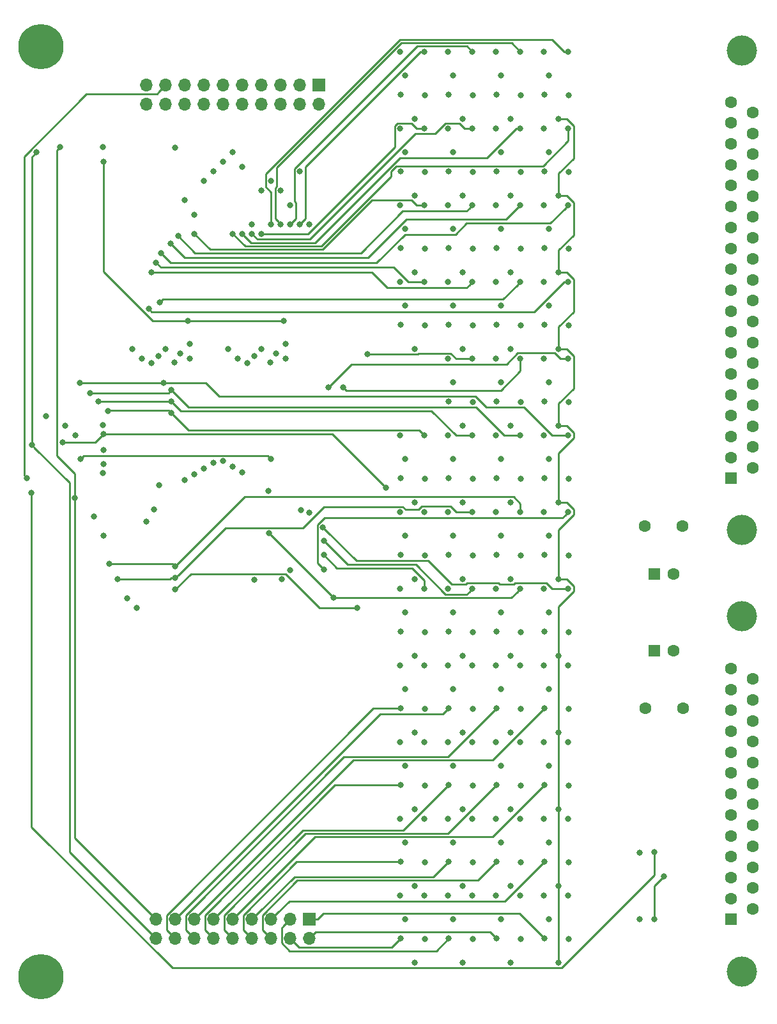
<source format=gbr>
G04 #@! TF.GenerationSoftware,KiCad,Pcbnew,5.1.5-52549c5~84~ubuntu18.04.1*
G04 #@! TF.CreationDate,2020-05-17T15:55:05-07:00*
G04 #@! TF.ProjectId,ram,72616d2e-6b69-4636-9164-5f7063625858,rev?*
G04 #@! TF.SameCoordinates,Original*
G04 #@! TF.FileFunction,Copper,L2,Inr*
G04 #@! TF.FilePolarity,Positive*
%FSLAX46Y46*%
G04 Gerber Fmt 4.6, Leading zero omitted, Abs format (unit mm)*
G04 Created by KiCad (PCBNEW 5.1.5-52549c5~84~ubuntu18.04.1) date 2020-05-17 15:55:05*
%MOMM*%
%LPD*%
G04 APERTURE LIST*
%ADD10C,4.000000*%
%ADD11C,1.600000*%
%ADD12R,1.600000X1.600000*%
%ADD13O,1.700000X1.700000*%
%ADD14R,1.700000X1.700000*%
%ADD15C,6.000000*%
%ADD16C,0.800000*%
%ADD17C,0.250000*%
G04 APERTURE END LIST*
D10*
X235100000Y28740000D03*
X235100000Y-34760000D03*
D11*
X236520000Y20535000D03*
X236520000Y17765000D03*
X236520000Y14995000D03*
X236520000Y12225000D03*
X236520000Y9455000D03*
X236520000Y6685000D03*
X236520000Y3915000D03*
X236520000Y1145000D03*
X236520000Y-1625000D03*
X236520000Y-4395000D03*
X236520000Y-7165000D03*
X236520000Y-9935000D03*
X236520000Y-12705000D03*
X236520000Y-15475000D03*
X236520000Y-18245000D03*
X236520000Y-21015000D03*
X236520000Y-23785000D03*
X236520000Y-26555000D03*
X233680000Y21920000D03*
X233680000Y19150000D03*
X233680000Y16380000D03*
X233680000Y13610000D03*
X233680000Y10840000D03*
X233680000Y8070000D03*
X233680000Y5300000D03*
X233680000Y2530000D03*
X233680000Y-240000D03*
X233680000Y-3010000D03*
X233680000Y-5780000D03*
X233680000Y-8550000D03*
X233680000Y-11320000D03*
X233680000Y-14090000D03*
X233680000Y-16860000D03*
X233680000Y-19630000D03*
X233680000Y-22400000D03*
X233680000Y-25170000D03*
D12*
X233680000Y-27940000D03*
D10*
X235100000Y-46190000D03*
X235100000Y-93290000D03*
D11*
X236520000Y-54505000D03*
X236520000Y-57275000D03*
X236520000Y-60045000D03*
X236520000Y-62815000D03*
X236520000Y-65585000D03*
X236520000Y-68355000D03*
X236520000Y-71125000D03*
X236520000Y-73895000D03*
X236520000Y-76665000D03*
X236520000Y-79435000D03*
X236520000Y-82205000D03*
X236520000Y-84975000D03*
X233680000Y-53120000D03*
X233680000Y-55890000D03*
X233680000Y-58660000D03*
X233680000Y-61430000D03*
X233680000Y-64200000D03*
X233680000Y-66970000D03*
X233680000Y-69740000D03*
X233680000Y-72510000D03*
X233680000Y-75280000D03*
X233680000Y-78050000D03*
X233680000Y-80820000D03*
X233680000Y-83590000D03*
D12*
X233680000Y-86360000D03*
D13*
X157480000Y-88900000D03*
X157480000Y-86360000D03*
X160020000Y-88900000D03*
X160020000Y-86360000D03*
X162560000Y-88900000D03*
X162560000Y-86360000D03*
X165100000Y-88900000D03*
X165100000Y-86360000D03*
X167640000Y-88900000D03*
X167640000Y-86360000D03*
X170180000Y-88900000D03*
X170180000Y-86360000D03*
X172720000Y-88900000D03*
X172720000Y-86360000D03*
X175260000Y-88900000D03*
X175260000Y-86360000D03*
X177800000Y-88900000D03*
D14*
X177800000Y-86360000D03*
D13*
X156210000Y21590000D03*
X156210000Y24130000D03*
X158750000Y21590000D03*
X158750000Y24130000D03*
X161290000Y21590000D03*
X161290000Y24130000D03*
X163830000Y21590000D03*
X163830000Y24130000D03*
X166370000Y21590000D03*
X166370000Y24130000D03*
X168910000Y21590000D03*
X168910000Y24130000D03*
X171450000Y21590000D03*
X171450000Y24130000D03*
X173990000Y21590000D03*
X173990000Y24130000D03*
X176530000Y21590000D03*
X176530000Y24130000D03*
X179070000Y21590000D03*
D14*
X179070000Y24130000D03*
D11*
X222330000Y-58420000D03*
X227330000Y-58420000D03*
X227250000Y-34290000D03*
X222250000Y-34290000D03*
X226020000Y-50800000D03*
D12*
X223520000Y-50800000D03*
D11*
X226020000Y-40640000D03*
D12*
X223520000Y-40640000D03*
D15*
X142240000Y29210000D03*
X142240000Y-93980000D03*
D16*
X161925000Y-10160000D03*
X221570000Y-77515000D03*
X150450000Y-27260000D03*
X150450000Y15920000D03*
X208870000Y28530000D03*
X202520000Y28530000D03*
X196170000Y28530000D03*
X189820000Y28530000D03*
X208870000Y18370000D03*
X202520000Y18370000D03*
X196170000Y18370000D03*
X189820000Y18370000D03*
X208870000Y8210000D03*
X202520000Y8210000D03*
X196170000Y8210000D03*
X189820000Y8210000D03*
X208870000Y-1950000D03*
X202520000Y-1950000D03*
X196170000Y-1950000D03*
X189820000Y-1950000D03*
X208870000Y-12110000D03*
X202520000Y-12110000D03*
X196170000Y-12110000D03*
X208870000Y-22270000D03*
X202520000Y-22270000D03*
X196170000Y-22270000D03*
X189820000Y-22270000D03*
X189820000Y-32430000D03*
X196170000Y-32430000D03*
X202520000Y-32430000D03*
X208870000Y-32430000D03*
X208870000Y-42590000D03*
X202520000Y-42590000D03*
X196170000Y-42590000D03*
X189820000Y-42590000D03*
X208870000Y-52750000D03*
X202520000Y-52750000D03*
X196170000Y-52750000D03*
X189820000Y-52750000D03*
X189820000Y-62910000D03*
X196170000Y-62910000D03*
X202520000Y-62910000D03*
X208870000Y-62910000D03*
X189820000Y-73070000D03*
X196170000Y-73070000D03*
X202520000Y-73070000D03*
X208870000Y-73070000D03*
X208870000Y-83230000D03*
X202520000Y-83230000D03*
X196170000Y-83230000D03*
X189820000Y-83230000D03*
X150450000Y-20910000D03*
X172320000Y-29610000D03*
X157880000Y-28810000D03*
X174625000Y-10160000D03*
X202565000Y-48260000D03*
X189865000Y-48260000D03*
X202565000Y-38100000D03*
X189865000Y-38100000D03*
X202565000Y-27940000D03*
X189865000Y-27940000D03*
X202565000Y-17780000D03*
X208915000Y-48260000D03*
X196215000Y-48260000D03*
X208915000Y-38100000D03*
X196215000Y-38100000D03*
X208915000Y-27940000D03*
X196215000Y-27940000D03*
X208915000Y-17780000D03*
X196215000Y-17780000D03*
X223520000Y-77470000D03*
X140970000Y-29845000D03*
X199390000Y-12065000D03*
X185510001Y-11520001D03*
X160020000Y15875000D03*
X140365000Y-27910000D03*
X205740000Y-12065000D03*
X182245000Y-15875000D03*
X161290000Y8890000D03*
X212090000Y-12065000D03*
X180340000Y-15875000D03*
X162560000Y6985000D03*
X193040000Y-22225000D03*
X159512000Y-19304000D03*
X151130000Y-19050000D03*
X163830000Y11430000D03*
X199390000Y-22225000D03*
X159512000Y-17780000D03*
X149860000Y-17780000D03*
X165100000Y12700000D03*
X205740000Y-22225000D03*
X159512000Y-16256000D03*
X148735999Y-16655999D03*
X166370000Y13970000D03*
X212090000Y-22225000D03*
X158424990Y-15311010D03*
X147391010Y-15311010D03*
X167640000Y15240000D03*
X193040000Y-32385000D03*
X160020000Y-42672000D03*
X184150000Y-45085000D03*
X168910000Y13335000D03*
X199390000Y-32385000D03*
X160020000Y-41148000D03*
X152400000Y-41275000D03*
X170180000Y5715000D03*
X205740000Y-32385000D03*
X160020000Y-39624000D03*
X151275999Y-39224001D03*
X171450000Y10160000D03*
X212090000Y-32385000D03*
X179705000Y-40005000D03*
X172720000Y11430000D03*
X193040000Y-42545000D03*
X179705000Y-38100000D03*
X173990000Y10160000D03*
X199390000Y-42545000D03*
X179705000Y-36195000D03*
X175260000Y8255000D03*
X205740000Y-42545000D03*
X172435000Y-35210000D03*
X180990010Y-43765010D03*
X176530000Y12700000D03*
X212090000Y-42545000D03*
X179585000Y-34410000D03*
X177800000Y5715000D03*
X150465000Y-24160000D03*
X140985000Y-23510000D03*
X141635000Y15270000D03*
X146715000Y-30510000D03*
X144735000Y15920000D03*
X154305000Y-10795000D03*
X189865000Y-58420000D03*
X153670000Y-43815000D03*
X155575000Y-12065000D03*
X196215000Y-58420000D03*
X154940000Y-45085000D03*
X156845000Y-12700000D03*
X202565000Y-58420000D03*
X156210000Y-33655000D03*
X157775000Y-11725000D03*
X208915000Y-58420000D03*
X157154999Y-32075001D03*
X158750000Y-10795000D03*
X189865000Y-68580000D03*
X161290000Y-28194000D03*
X159929999Y-12609999D03*
X196215000Y-68580000D03*
X162560000Y-27432000D03*
X160655000Y-11430000D03*
X202565000Y-68580000D03*
X163830000Y-26670000D03*
X161925000Y-12065000D03*
X208915000Y-68580000D03*
X165100000Y-25908000D03*
X189865000Y-78740000D03*
X167005000Y-10795000D03*
X166370000Y-25654000D03*
X196215000Y-78740000D03*
X168275000Y-12065000D03*
X167640000Y-26416000D03*
X202565000Y-78740000D03*
X169545000Y-12700000D03*
X168910000Y-27178000D03*
X208915000Y-78740000D03*
X170475000Y-11725000D03*
X170475000Y-41361000D03*
X189865000Y-88900000D03*
X171450000Y-10795000D03*
X174084999Y-41307001D03*
X196215000Y-88900000D03*
X172629999Y-12609999D03*
X175260000Y-40132000D03*
X202565000Y-88900000D03*
X173355000Y-11430000D03*
X176624999Y-32163001D03*
X208915000Y-88900000D03*
X174625000Y-12065000D03*
X177800000Y-32512000D03*
X199390000Y-52705000D03*
X212090000Y-52705000D03*
X199390000Y-62865000D03*
X212090000Y-62865000D03*
X199390000Y-73025000D03*
X212090000Y-73025000D03*
X199390000Y-83185000D03*
X212090000Y-83185000D03*
X193040000Y-52705000D03*
X205740000Y-52705000D03*
X193040000Y-62865000D03*
X205740000Y-62865000D03*
X193040000Y-73025000D03*
X205740000Y-73025000D03*
X193040000Y-83185000D03*
X205740000Y-83185000D03*
X221570000Y-86315000D03*
X196215000Y22860000D03*
X208915000Y22860000D03*
X196215000Y12700000D03*
X208915000Y12700000D03*
X196215000Y2540000D03*
X208915000Y2540000D03*
X196215000Y-7620000D03*
X208915000Y-7620000D03*
X189865000Y22860000D03*
X202565000Y22860000D03*
X189865000Y12700000D03*
X202565000Y12700000D03*
X189865000Y2540000D03*
X202565000Y2540000D03*
X189865000Y-7620000D03*
X202565000Y-7620000D03*
X150495000Y-26035000D03*
X150495000Y-35560000D03*
X147435000Y-25400000D03*
X172720000Y-25400000D03*
X149225000Y-33020000D03*
X142875000Y-19685000D03*
X161675000Y-7040000D03*
X174375000Y-7040000D03*
X150495000Y13970000D03*
X191770000Y19685000D03*
X198120000Y19685000D03*
X204470000Y19685000D03*
X210820000Y19685000D03*
X191770000Y9525000D03*
X198120000Y9525000D03*
X204470000Y9525000D03*
X210820000Y9525000D03*
X191770000Y-635000D03*
X198120000Y-635000D03*
X204470000Y-635000D03*
X210820000Y-635000D03*
X191770000Y-10795000D03*
X198120000Y-10795000D03*
X204470000Y-10795000D03*
X210820000Y-10795000D03*
X198120000Y-20955000D03*
X204470000Y-20955000D03*
X210820000Y-20955000D03*
X191770000Y-31115000D03*
X198120000Y-31115000D03*
X204470000Y-31115000D03*
X210820000Y-31115000D03*
X191770000Y-41275000D03*
X198120000Y-41275000D03*
X204470000Y-41275000D03*
X210820000Y-41275000D03*
X191770000Y-51435000D03*
X198120000Y-51435000D03*
X204470000Y-51435000D03*
X210820000Y-51435000D03*
X191770000Y-61595000D03*
X198120000Y-61595000D03*
X204470000Y-61595000D03*
X210820000Y-61595000D03*
X191770000Y-71755000D03*
X198120000Y-71755000D03*
X204470000Y-71755000D03*
X210820000Y-71755000D03*
X204470000Y-81915000D03*
X198120000Y-81915000D03*
X191770000Y-81915000D03*
X191770000Y-92075000D03*
X198120000Y-92075000D03*
X210820000Y-81915000D03*
X204470000Y-92075000D03*
X210820000Y-92075000D03*
X145077500Y-23157500D03*
X150495000Y-22028002D03*
X187960000Y-29210000D03*
X145415000Y-20955000D03*
X146740000Y-22225000D03*
X212090000Y18415000D03*
X167640000Y4445000D03*
X205740000Y18415000D03*
X168910000Y4445000D03*
X199390000Y18415000D03*
X170180000Y4445000D03*
X193040000Y18415000D03*
X171450000Y4445000D03*
X212090000Y28575000D03*
X172720000Y5715000D03*
X205740000Y28575000D03*
X173990000Y5715000D03*
X199390000Y28575000D03*
X175260000Y5715000D03*
X193040000Y28575000D03*
X176530000Y5715000D03*
X212090000Y-1905000D03*
X156475000Y-5450000D03*
X205740000Y-1905000D03*
X157972500Y-4587500D03*
X199390000Y-1905000D03*
X156845000Y-635000D03*
X193040000Y-1905000D03*
X157480000Y635000D03*
X212090000Y8255000D03*
X158115000Y1905000D03*
X205740000Y8255000D03*
X159385000Y3175000D03*
X199390000Y8255000D03*
X160375000Y4165000D03*
X193040000Y8255000D03*
X162560000Y4445000D03*
X212120000Y-78770000D03*
X209520000Y-76170000D03*
X212120000Y-58450000D03*
X209520000Y-55850000D03*
X212120000Y-88930000D03*
X209520000Y-86330000D03*
X212120000Y-68610000D03*
X209520000Y-66010000D03*
X205770000Y-78770000D03*
X203170000Y-76170000D03*
X205770000Y-58450000D03*
X203170000Y-55850000D03*
X205770000Y-88930000D03*
X203170000Y-86330000D03*
X205770000Y-68610000D03*
X203170000Y-66010000D03*
X199420000Y-78770000D03*
X196820000Y-76170000D03*
X199420000Y-58450000D03*
X196820000Y-55850000D03*
X199420000Y-88930000D03*
X196820000Y-86330000D03*
X199420000Y-68610000D03*
X196820000Y-66010000D03*
X193070000Y-78770000D03*
X190470000Y-76170000D03*
X193070000Y-58450000D03*
X190470000Y-55850000D03*
X193070000Y-88930000D03*
X190470000Y-86330000D03*
X193070000Y-68610000D03*
X190470000Y-66010000D03*
X212120000Y-38130000D03*
X209520000Y-35530000D03*
X212120000Y-17810000D03*
X209520000Y-15210000D03*
X212120000Y-48290000D03*
X209520000Y-45690000D03*
X212120000Y-27970000D03*
X209520000Y-25370000D03*
X205770000Y-38130000D03*
X203170000Y-35530000D03*
X205770000Y-17810000D03*
X203170000Y-15210000D03*
X205770000Y-48290000D03*
X203170000Y-45690000D03*
X205770000Y-27970000D03*
X203170000Y-25370000D03*
X199420000Y-38130000D03*
X196820000Y-35530000D03*
X199420000Y-17810000D03*
X196820000Y-15210000D03*
X199420000Y-48290000D03*
X196820000Y-45690000D03*
X199420000Y-27970000D03*
X196820000Y-25370000D03*
X193070000Y-38130000D03*
X190470000Y-35530000D03*
X224790000Y-80645000D03*
X223520000Y-86360000D03*
X193070000Y-48290000D03*
X190470000Y-45690000D03*
X193070000Y-27970000D03*
X190470000Y-25370000D03*
X193070000Y12670000D03*
X190470000Y15270000D03*
X193070000Y-7650000D03*
X190470000Y-5050000D03*
X193070000Y22830000D03*
X190470000Y25430000D03*
X193070000Y2510000D03*
X190470000Y5110000D03*
X199420000Y12670000D03*
X196820000Y15270000D03*
X199420000Y-7650000D03*
X196820000Y-5050000D03*
X199420000Y22830000D03*
X196820000Y25430000D03*
X199420000Y2510000D03*
X196820000Y5110000D03*
X205770000Y12670000D03*
X203170000Y15270000D03*
X205770000Y-7650000D03*
X203170000Y-5050000D03*
X205770000Y22830000D03*
X203170000Y25430000D03*
X205770000Y2510000D03*
X203170000Y5110000D03*
X212120000Y12670000D03*
X209520000Y15270000D03*
X212120000Y-7650000D03*
X209520000Y-5050000D03*
X212120000Y22830000D03*
X209520000Y25430000D03*
X212120000Y2510000D03*
X209520000Y5110000D03*
D17*
X159640999Y-92800001D02*
X140970000Y-74129002D01*
X211168001Y-92800001D02*
X159640999Y-92800001D01*
X223520000Y-77470000D02*
X223520000Y-80448002D01*
X223520000Y-80448002D02*
X211168001Y-92800001D01*
X140970000Y-74129002D02*
X140970000Y-29845000D01*
X140970000Y-29845000D02*
X140970000Y-29845000D01*
X192118001Y-11520001D02*
X185510001Y-11520001D01*
X192253003Y-11384999D02*
X192118001Y-11520001D01*
X196518001Y-11384999D02*
X192253003Y-11384999D01*
X199390000Y-12065000D02*
X197198002Y-12065000D01*
X197198002Y-12065000D02*
X196518001Y-11384999D01*
X185510001Y-11520001D02*
X185510001Y-11520001D01*
X157574999Y22954999D02*
X157900001Y23280001D01*
X157900001Y23280001D02*
X158750000Y24130000D01*
X148246997Y22954999D02*
X157574999Y22954999D01*
X139965001Y14673003D02*
X148246997Y22954999D01*
X139965001Y-27510001D02*
X139965001Y14673003D01*
X140365000Y-27910000D02*
X139965001Y-27510001D01*
X205740000Y-12630685D02*
X205740000Y-12065000D01*
X205740000Y-13713002D02*
X205740000Y-12630685D01*
X203178003Y-16274999D02*
X205740000Y-13713002D01*
X182644999Y-16274999D02*
X203178003Y-16274999D01*
X182245000Y-15875000D02*
X182644999Y-16274999D01*
X211524315Y-12065000D02*
X212090000Y-12065000D01*
X211016998Y-12065000D02*
X211524315Y-12065000D01*
X210291997Y-11339999D02*
X211016998Y-12065000D01*
X205391999Y-11339999D02*
X210291997Y-11339999D01*
X203896997Y-12835001D02*
X205391999Y-11339999D01*
X183379999Y-12835001D02*
X203896997Y-12835001D01*
X180340000Y-15875000D02*
X183379999Y-12835001D01*
X159911999Y-19703999D02*
X159512000Y-19304000D01*
X161752999Y-21544999D02*
X159911999Y-19703999D01*
X192359999Y-21544999D02*
X161752999Y-21544999D01*
X193040000Y-22225000D02*
X192359999Y-21544999D01*
X159112001Y-18904001D02*
X151275999Y-18904001D01*
X159512000Y-19304000D02*
X159112001Y-18904001D01*
X151275999Y-18904001D02*
X151130000Y-19050000D01*
X151130000Y-19050000D02*
X151130000Y-19050000D01*
X160717011Y-18985011D02*
X159911999Y-18179999D01*
X193958013Y-18985011D02*
X160717011Y-18985011D01*
X197198002Y-22225000D02*
X193958013Y-18985011D01*
X159911999Y-18179999D02*
X159512000Y-17780000D01*
X199390000Y-22225000D02*
X197198002Y-22225000D01*
X159512000Y-17780000D02*
X149860000Y-17780000D01*
X149860000Y-17780000D02*
X149860000Y-17780000D01*
X159911999Y-16655999D02*
X159512000Y-16256000D01*
X161791001Y-18535001D02*
X159911999Y-16655999D01*
X199858003Y-18535001D02*
X161791001Y-18535001D01*
X203548002Y-22225000D02*
X199858003Y-18535001D01*
X205740000Y-22225000D02*
X203548002Y-22225000D01*
X159112001Y-16655999D02*
X148735999Y-16655999D01*
X159512000Y-16256000D02*
X159112001Y-16655999D01*
X148735999Y-16655999D02*
X148735999Y-16655999D01*
X158990675Y-15311010D02*
X158424990Y-15311010D01*
X164081012Y-15311010D02*
X158990675Y-15311010D01*
X165825001Y-17054999D02*
X164081012Y-15311010D01*
X199738001Y-17054999D02*
X165825001Y-17054999D01*
X201218003Y-18535001D02*
X199738001Y-17054999D01*
X206208003Y-18535001D02*
X201218003Y-18535001D01*
X209898002Y-22225000D02*
X206208003Y-18535001D01*
X212090000Y-22225000D02*
X209898002Y-22225000D01*
X158424990Y-15311010D02*
X147391010Y-15311010D01*
X147391010Y-15311010D02*
X147391010Y-15311010D01*
X174636998Y-40582000D02*
X179139998Y-45085000D01*
X160020000Y-42672000D02*
X162110000Y-40582000D01*
X162110000Y-40582000D02*
X174636998Y-40582000D01*
X179139998Y-45085000D02*
X184150000Y-45085000D01*
X184150000Y-45085000D02*
X184150000Y-45085000D01*
X160419999Y-40748001D02*
X160020000Y-41148000D01*
X166683001Y-34484999D02*
X160419999Y-40748001D01*
X176900003Y-34484999D02*
X166683001Y-34484999D01*
X179680003Y-31704999D02*
X176900003Y-34484999D01*
X190168001Y-31704999D02*
X179680003Y-31704999D01*
X190545001Y-32081999D02*
X190168001Y-31704999D01*
X192269999Y-32081999D02*
X190545001Y-32081999D01*
X192691999Y-31659999D02*
X192269999Y-32081999D01*
X196473001Y-31659999D02*
X192691999Y-31659999D01*
X197198002Y-32385000D02*
X196473001Y-31659999D01*
X199390000Y-32385000D02*
X197198002Y-32385000D01*
X159454315Y-41148000D02*
X159327315Y-41275000D01*
X160020000Y-41148000D02*
X159454315Y-41148000D01*
X159327315Y-41275000D02*
X152400000Y-41275000D01*
X205740000Y-31819315D02*
X205740000Y-32385000D01*
X205740000Y-31311998D02*
X205740000Y-31819315D01*
X204818001Y-30389999D02*
X205740000Y-31311998D01*
X169254001Y-30389999D02*
X204818001Y-30389999D01*
X160020000Y-39624000D02*
X169254001Y-30389999D01*
X159620001Y-39224001D02*
X151275999Y-39224001D01*
X160020000Y-39624000D02*
X159620001Y-39224001D01*
X211690001Y-32784999D02*
X212090000Y-32385000D01*
X179766997Y-33155001D02*
X211319999Y-33155001D01*
X178859999Y-34061999D02*
X179766997Y-33155001D01*
X178859999Y-39159999D02*
X178859999Y-34061999D01*
X211319999Y-33155001D02*
X211690001Y-32784999D01*
X179705000Y-40005000D02*
X178859999Y-39159999D01*
X193040000Y-41471998D02*
X193040000Y-41979315D01*
X191388012Y-39820010D02*
X193040000Y-41471998D01*
X181425010Y-39820010D02*
X191388012Y-39820010D01*
X193040000Y-41979315D02*
X193040000Y-42545000D01*
X179705000Y-38100000D02*
X181425010Y-39820010D01*
X179705000Y-36195000D02*
X182880000Y-39370000D01*
X198619999Y-43315001D02*
X198990001Y-42944999D01*
X195821999Y-43315001D02*
X198619999Y-43315001D01*
X198990001Y-42944999D02*
X199390000Y-42545000D01*
X191876998Y-39370000D02*
X195821999Y-43315001D01*
X182880000Y-39370000D02*
X191876998Y-39370000D01*
X205340001Y-42944999D02*
X205740000Y-42545000D01*
X204519990Y-43765010D02*
X205340001Y-42944999D01*
X180990010Y-43765010D02*
X180990010Y-43765010D01*
X172435000Y-35210000D02*
X180990010Y-43765010D01*
X180990010Y-43765010D02*
X204519990Y-43765010D01*
X179984999Y-34809999D02*
X179585000Y-34410000D01*
X193508003Y-38855001D02*
X184030001Y-38855001D01*
X196653003Y-42000001D02*
X193508003Y-38855001D01*
X202823001Y-41819999D02*
X198648003Y-41819999D01*
X203003003Y-42000001D02*
X202823001Y-41819999D01*
X204818001Y-42000001D02*
X203003003Y-42000001D01*
X204998003Y-41819999D02*
X204818001Y-42000001D01*
X184030001Y-38855001D02*
X179984999Y-34809999D01*
X209173001Y-41819999D02*
X204998003Y-41819999D01*
X198468001Y-42000001D02*
X196653003Y-42000001D01*
X198648003Y-41819999D02*
X198468001Y-42000001D01*
X209898002Y-42545000D02*
X209173001Y-41819999D01*
X212090000Y-42545000D02*
X209898002Y-42545000D01*
X141384999Y-23909999D02*
X140985000Y-23510000D01*
X145989999Y-28514999D02*
X141384999Y-23909999D01*
X145989999Y-77409999D02*
X145989999Y-28514999D01*
X157480000Y-88900000D02*
X145989999Y-77409999D01*
X140985000Y14620000D02*
X141635000Y15270000D01*
X140985000Y-23510000D02*
X140985000Y14620000D01*
X146715000Y-75595000D02*
X146715000Y-30510000D01*
X157480000Y-86360000D02*
X146715000Y-75595000D01*
X146715000Y-27335000D02*
X144335001Y-24955001D01*
X144335001Y15520001D02*
X144735000Y15920000D01*
X144335001Y-24955001D02*
X144335001Y15520001D01*
X146715000Y-30510000D02*
X146715000Y-27335000D01*
X159170001Y-88050001D02*
X160020000Y-88900000D01*
X158844999Y-87724999D02*
X159170001Y-88050001D01*
X158844999Y-85795999D02*
X158844999Y-87724999D01*
X186220998Y-58420000D02*
X158844999Y-85795999D01*
X189865000Y-58420000D02*
X186220998Y-58420000D01*
X160869999Y-85510001D02*
X160020000Y-86360000D01*
X187204999Y-59175001D02*
X160869999Y-85510001D01*
X195459999Y-59175001D02*
X187204999Y-59175001D01*
X196215000Y-58420000D02*
X195459999Y-59175001D01*
X161710001Y-88050001D02*
X162560000Y-88900000D01*
X182346008Y-64834990D02*
X161384999Y-85795999D01*
X196150010Y-64834990D02*
X182346008Y-64834990D01*
X161384999Y-87724999D02*
X161710001Y-88050001D01*
X161384999Y-85795999D02*
X161384999Y-87724999D01*
X202565000Y-58420000D02*
X196150010Y-64834990D01*
X163409999Y-85510001D02*
X162560000Y-86360000D01*
X183635001Y-65284999D02*
X163409999Y-85510001D01*
X202050001Y-65284999D02*
X183635001Y-65284999D01*
X208915000Y-58420000D02*
X202050001Y-65284999D01*
X164250001Y-88050001D02*
X165100000Y-88900000D01*
X163924999Y-85795999D02*
X163924999Y-87724999D01*
X181140998Y-68580000D02*
X163924999Y-85795999D01*
X163924999Y-87724999D02*
X164250001Y-88050001D01*
X189865000Y-68580000D02*
X181140998Y-68580000D01*
X165949999Y-85510001D02*
X165100000Y-86360000D01*
X176915030Y-74544970D02*
X165949999Y-85510001D01*
X190250030Y-74544970D02*
X176915030Y-74544970D01*
X196215000Y-68580000D02*
X190250030Y-74544970D01*
X166464999Y-87724999D02*
X166790001Y-88050001D01*
X166790001Y-88050001D02*
X167640000Y-88900000D01*
X177266008Y-74994990D02*
X166464999Y-85795999D01*
X166464999Y-85795999D02*
X166464999Y-87724999D01*
X196150010Y-74994990D02*
X177266008Y-74994990D01*
X202565000Y-68580000D02*
X196150010Y-74994990D01*
X178555001Y-75444999D02*
X168489999Y-85510001D01*
X168489999Y-85510001D02*
X167640000Y-86360000D01*
X202050001Y-75444999D02*
X178555001Y-75444999D01*
X208915000Y-68580000D02*
X202050001Y-75444999D01*
X169330001Y-88050001D02*
X170180000Y-88900000D01*
X169004999Y-87724999D02*
X169330001Y-88050001D01*
X176060998Y-78740000D02*
X169004999Y-85795999D01*
X169004999Y-85795999D02*
X169004999Y-87724999D01*
X189865000Y-78740000D02*
X176060998Y-78740000D01*
X171029999Y-85510001D02*
X170180000Y-86360000D01*
X175800010Y-80739990D02*
X171029999Y-85510001D01*
X194215010Y-80739990D02*
X175800010Y-80739990D01*
X196215000Y-78740000D02*
X194215010Y-80739990D01*
X171870001Y-88050001D02*
X172720000Y-88900000D01*
X171544999Y-87724999D02*
X171870001Y-88050001D01*
X171544999Y-85795999D02*
X171544999Y-87724999D01*
X200115001Y-81189999D02*
X176150999Y-81189999D01*
X176150999Y-81189999D02*
X171544999Y-85795999D01*
X202565000Y-78740000D02*
X200115001Y-81189999D01*
X173569999Y-85510001D02*
X172720000Y-86360000D01*
X175124999Y-83955001D02*
X173569999Y-85510001D01*
X203699999Y-83955001D02*
X175124999Y-83955001D01*
X208915000Y-78740000D02*
X203699999Y-83955001D01*
X176435001Y-90075001D02*
X176109999Y-89749999D01*
X176109999Y-89749999D02*
X175260000Y-88900000D01*
X188689999Y-90075001D02*
X176435001Y-90075001D01*
X189865000Y-88900000D02*
X188689999Y-90075001D01*
X174084999Y-87535001D02*
X174410001Y-87209999D01*
X174410001Y-87209999D02*
X175260000Y-86360000D01*
X175146008Y-90525010D02*
X174084999Y-89464001D01*
X194589990Y-90525010D02*
X175146008Y-90525010D01*
X174084999Y-89464001D02*
X174084999Y-87535001D01*
X196215000Y-88900000D02*
X194589990Y-90525010D01*
X201715001Y-88050001D02*
X178649999Y-88050001D01*
X178649999Y-88050001D02*
X177800000Y-88900000D01*
X202565000Y-88900000D02*
X201715001Y-88050001D01*
X178900000Y-86360000D02*
X177800000Y-86360000D01*
X179655001Y-85604999D02*
X178900000Y-86360000D01*
X205619999Y-85604999D02*
X179655001Y-85604999D01*
X208915000Y-88900000D02*
X205619999Y-85604999D01*
X147834999Y-25000001D02*
X147435000Y-25400000D01*
X147906001Y-24928999D02*
X147834999Y-25000001D01*
X172248999Y-24928999D02*
X147906001Y-24928999D01*
X172720000Y-25400000D02*
X172248999Y-24928999D01*
X173809315Y-7040000D02*
X174375000Y-7040000D01*
X150495000Y-543002D02*
X156991998Y-7040000D01*
X156991998Y-7040000D02*
X173809315Y-7040000D01*
X150495000Y13970000D02*
X150495000Y-543002D01*
X211893002Y-41275000D02*
X211385685Y-41275000D01*
X212815001Y-42196999D02*
X211893002Y-41275000D01*
X211385685Y-41275000D02*
X210820000Y-41275000D01*
X212815001Y-42893001D02*
X212815001Y-42196999D01*
X210820000Y-44888002D02*
X212815001Y-42893001D01*
X210820000Y-92075000D02*
X210820000Y-44888002D01*
X211385685Y-31115000D02*
X210820000Y-31115000D01*
X212815001Y-32733001D02*
X212815001Y-32036999D01*
X211893002Y-31115000D02*
X211385685Y-31115000D01*
X210820000Y-34728002D02*
X212815001Y-32733001D01*
X212815001Y-32036999D02*
X211893002Y-31115000D01*
X210820000Y-41275000D02*
X210820000Y-34728002D01*
X211385685Y-20955000D02*
X210820000Y-20955000D01*
X211893002Y-20955000D02*
X211385685Y-20955000D01*
X212815001Y-21876999D02*
X211893002Y-20955000D01*
X212815001Y-22573001D02*
X212815001Y-21876999D01*
X210820000Y-24568002D02*
X212815001Y-22573001D01*
X210820000Y-31115000D02*
X210820000Y-24568002D01*
X212815001Y-11716999D02*
X211893002Y-10795000D01*
X211893002Y-10795000D02*
X211385685Y-10795000D01*
X212815001Y-16041997D02*
X212815001Y-11716999D01*
X211385685Y-10795000D02*
X210820000Y-10795000D01*
X210820000Y-18036998D02*
X212815001Y-16041997D01*
X210820000Y-20955000D02*
X210820000Y-18036998D01*
X211893002Y-635000D02*
X211385685Y-635000D01*
X212815001Y-5881997D02*
X212815001Y-1556999D01*
X211385685Y-635000D02*
X210820000Y-635000D01*
X210820000Y-7876998D02*
X212815001Y-5881997D01*
X212815001Y-1556999D02*
X211893002Y-635000D01*
X210820000Y-10795000D02*
X210820000Y-7876998D01*
X211893002Y9525000D02*
X211385685Y9525000D01*
X212815001Y8603001D02*
X211893002Y9525000D01*
X211385685Y9525000D02*
X210820000Y9525000D01*
X212815001Y4278003D02*
X212815001Y8603001D01*
X210820000Y2283002D02*
X212815001Y4278003D01*
X210820000Y-635000D02*
X210820000Y2283002D01*
X211893002Y19685000D02*
X211385685Y19685000D01*
X212815001Y18763001D02*
X211893002Y19685000D01*
X211385685Y19685000D02*
X210820000Y19685000D01*
X212815001Y14438003D02*
X212815001Y18763001D01*
X210820000Y12443002D02*
X212815001Y14438003D01*
X210820000Y9525000D02*
X210820000Y12443002D01*
X149365502Y-23157500D02*
X150495000Y-22028002D01*
X145077500Y-23157500D02*
X149365502Y-23157500D01*
X150495000Y-22028002D02*
X180778002Y-22028002D01*
X180778002Y-22028002D02*
X187960000Y-29210000D01*
X187960000Y-29210000D02*
X187960000Y-29210000D01*
X169265019Y2819981D02*
X179349981Y2819981D01*
X167640000Y4445000D02*
X169265019Y2819981D01*
X188595000Y12065000D02*
X188595000Y12698590D01*
X179349981Y2819981D02*
X188595000Y12065000D01*
X212090000Y17849315D02*
X212090000Y18415000D01*
X212090000Y16766998D02*
X212090000Y17849315D01*
X189321411Y13425001D02*
X208748003Y13425001D01*
X208748003Y13425001D02*
X212090000Y16766998D01*
X188595000Y12698590D02*
X189321411Y13425001D01*
X170085010Y3269990D02*
X178529990Y3269990D01*
X168910000Y4445000D02*
X170085010Y3269990D01*
X201304314Y14544999D02*
X205174315Y18415000D01*
X178529990Y3269990D02*
X189804999Y14544999D01*
X189804999Y14544999D02*
X201304314Y14544999D01*
X205174315Y18415000D02*
X205740000Y18415000D01*
X197636997Y19095001D02*
X198316998Y18415000D01*
X198824315Y18415000D02*
X199390000Y18415000D01*
X195821999Y19095001D02*
X197636997Y19095001D01*
X194416997Y17689999D02*
X195821999Y19095001D01*
X191816997Y17689999D02*
X194416997Y17689999D01*
X177846997Y3719999D02*
X191816997Y17689999D01*
X198316998Y18415000D02*
X198824315Y18415000D01*
X170905001Y3719999D02*
X177846997Y3719999D01*
X170180000Y4445000D02*
X170905001Y3719999D01*
X192474315Y18415000D02*
X193040000Y18415000D01*
X191966998Y18415000D02*
X192474315Y18415000D01*
X189471999Y19095001D02*
X191286997Y19095001D01*
X189094999Y18718001D02*
X189471999Y19095001D01*
X189094999Y15936997D02*
X189094999Y18718001D01*
X177603002Y4445000D02*
X189094999Y15936997D01*
X191286997Y19095001D02*
X191966998Y18415000D01*
X171450000Y4445000D02*
X177603002Y4445000D01*
X172720000Y6280685D02*
X172720000Y5715000D01*
X172720000Y9963002D02*
X172720000Y6280685D01*
X171994999Y10688003D02*
X172720000Y9963002D01*
X171994999Y12414411D02*
X171994999Y10688003D01*
X189780607Y30200019D02*
X171994999Y12414411D01*
X209899296Y30200019D02*
X189780607Y30200019D01*
X211524315Y28575000D02*
X209899296Y30200019D01*
X212090000Y28575000D02*
X211524315Y28575000D01*
X173590001Y6114999D02*
X173990000Y5715000D01*
X173264999Y6440001D02*
X173590001Y6114999D01*
X173264999Y10508001D02*
X173264999Y6440001D01*
X173445001Y10688003D02*
X173264999Y10508001D01*
X173445001Y13228003D02*
X173445001Y10688003D01*
X189967008Y29750010D02*
X173445001Y13228003D01*
X204564990Y29750010D02*
X189967008Y29750010D01*
X205740000Y28575000D02*
X204564990Y29750010D01*
X175659999Y6114999D02*
X175260000Y5715000D01*
X175985001Y6440001D02*
X175659999Y6114999D01*
X175985001Y8603001D02*
X175985001Y6440001D01*
X175804999Y8783003D02*
X175985001Y8603001D01*
X175804999Y13048001D02*
X175804999Y8783003D01*
X192056999Y29300001D02*
X175804999Y13048001D01*
X198664999Y29300001D02*
X192056999Y29300001D01*
X199390000Y28575000D02*
X198664999Y29300001D01*
X176929999Y6114999D02*
X176530000Y5715000D01*
X177255001Y13355686D02*
X177255001Y6440001D01*
X192474315Y28575000D02*
X177255001Y13355686D01*
X177255001Y6440001D02*
X176929999Y6114999D01*
X193040000Y28575000D02*
X192474315Y28575000D01*
X211524315Y-1905000D02*
X212090000Y-1905000D01*
X156874999Y-5849999D02*
X207579316Y-5849999D01*
X207579316Y-5849999D02*
X211524315Y-1905000D01*
X156475000Y-5450000D02*
X156874999Y-5849999D01*
X203457499Y-4187501D02*
X205340001Y-2304999D01*
X205340001Y-2304999D02*
X205740000Y-1905000D01*
X158372499Y-4187501D02*
X203457499Y-4187501D01*
X157972500Y-4587500D02*
X158372499Y-4187501D01*
X156845000Y-635000D02*
X186055000Y-635000D01*
X198990001Y-2304999D02*
X199390000Y-1905000D01*
X198619999Y-2675001D02*
X198990001Y-2304999D01*
X188095001Y-2675001D02*
X198619999Y-2675001D01*
X186055000Y-635000D02*
X188095001Y-2675001D01*
X157480000Y635000D02*
X158115000Y0D01*
X192474315Y-1905000D02*
X193040000Y-1905000D01*
X190848002Y-1905000D02*
X192474315Y-1905000D01*
X188943002Y0D02*
X190848002Y-1905000D01*
X158115000Y0D02*
X188943002Y0D01*
X211690001Y7855001D02*
X212090000Y8255000D01*
X209670001Y5835001D02*
X211690001Y7855001D01*
X158115000Y1905000D02*
X159385000Y635000D01*
X190439999Y4384999D02*
X197168001Y4384999D01*
X159385000Y635000D02*
X186690000Y635000D01*
X186690000Y635000D02*
X190439999Y4384999D01*
X197168001Y4384999D02*
X198618003Y5835001D01*
X198618003Y5835001D02*
X209670001Y5835001D01*
X159385000Y3175000D02*
X161290000Y1270000D01*
X185556998Y1270000D02*
X190636998Y6350000D01*
X161290000Y1270000D02*
X185556998Y1270000D01*
X203835000Y6350000D02*
X205740000Y8255000D01*
X190636998Y6350000D02*
X203835000Y6350000D01*
X190168001Y7484999D02*
X198619999Y7484999D01*
X198619999Y7484999D02*
X198990001Y7855001D01*
X184588002Y1905000D02*
X190168001Y7484999D01*
X198990001Y7855001D02*
X199390000Y8255000D01*
X162635000Y1905000D02*
X184588002Y1905000D01*
X160375000Y4165000D02*
X162635000Y1905000D01*
X164635029Y2369971D02*
X179536382Y2369972D01*
X162560000Y4445000D02*
X164635029Y2369971D01*
X192474315Y8255000D02*
X193040000Y8255000D01*
X191966998Y8255000D02*
X192474315Y8255000D01*
X186101411Y8935001D02*
X191286997Y8935001D01*
X191286997Y8935001D02*
X191966998Y8255000D01*
X179536382Y2369972D02*
X186101411Y8935001D01*
X223520000Y-81915000D02*
X224790000Y-80645000D01*
X223520000Y-86360000D02*
X223520000Y-81915000D01*
M02*

</source>
